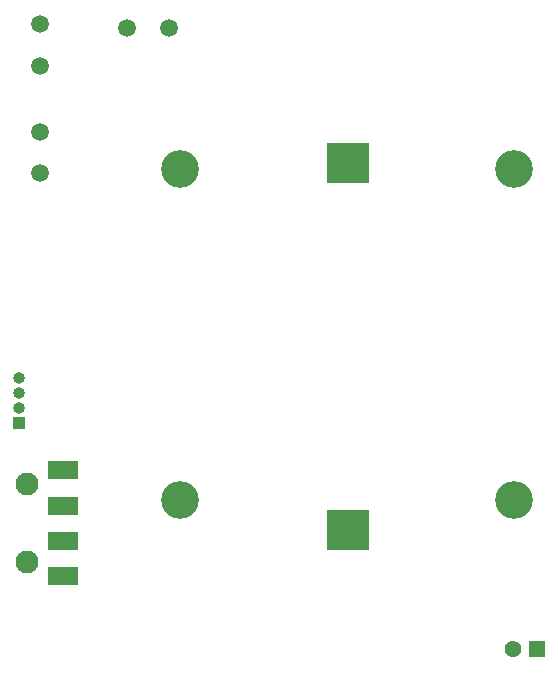
<source format=gbr>
%TF.GenerationSoftware,KiCad,Pcbnew,(6.0.0)*%
%TF.CreationDate,2022-06-01T22:52:45+01:00*%
%TF.ProjectId,flora,666c6f72-612e-46b6-9963-61645f706362,B*%
%TF.SameCoordinates,Original*%
%TF.FileFunction,Soldermask,Bot*%
%TF.FilePolarity,Negative*%
%FSLAX46Y46*%
G04 Gerber Fmt 4.6, Leading zero omitted, Abs format (unit mm)*
G04 Created by KiCad (PCBNEW (6.0.0)) date 2022-06-01 22:52:45*
%MOMM*%
%LPD*%
G01*
G04 APERTURE LIST*
%ADD10C,1.950000*%
%ADD11C,3.200000*%
%ADD12C,1.500000*%
%ADD13R,1.425000X1.425000*%
%ADD14C,1.425000*%
%ADD15R,1.000000X1.000000*%
%ADD16O,1.000000X1.000000*%
%ADD17R,3.600000X3.400000*%
%ADD18R,2.540000X1.524000*%
G04 APERTURE END LIST*
D10*
%TO.C,J4*%
X177025000Y-148550000D03*
X177025000Y-155150000D03*
%TD*%
D11*
%TO.C,H3*%
X218250000Y-149850000D03*
%TD*%
%TO.C,H1*%
X189980000Y-121880000D03*
%TD*%
%TO.C,H2*%
X218250000Y-121850000D03*
%TD*%
D12*
%TO.C,J3*%
X189000000Y-109950000D03*
X185500000Y-109950000D03*
%TD*%
D13*
%TO.C,J5*%
X220150000Y-162450000D03*
D14*
X218150000Y-162450000D03*
%TD*%
D15*
%TO.C,J6*%
X176350000Y-143350000D03*
D16*
X176350000Y-142080000D03*
X176350000Y-140810000D03*
X176350000Y-139540000D03*
%TD*%
D11*
%TO.C,H4*%
X189980000Y-149880000D03*
%TD*%
D12*
%TO.C,J1*%
X178150000Y-118700000D03*
X178150000Y-122200000D03*
%TD*%
%TO.C,J2*%
X178150000Y-109600000D03*
X178150000Y-113100000D03*
%TD*%
D17*
%TO.C,BT1*%
X204198921Y-121350000D03*
X204198921Y-152450000D03*
%TD*%
D18*
%TO.C,TP3*%
X180100000Y-147350000D03*
X180100000Y-150350000D03*
X180100000Y-153350000D03*
X180100000Y-156350000D03*
%TD*%
M02*

</source>
